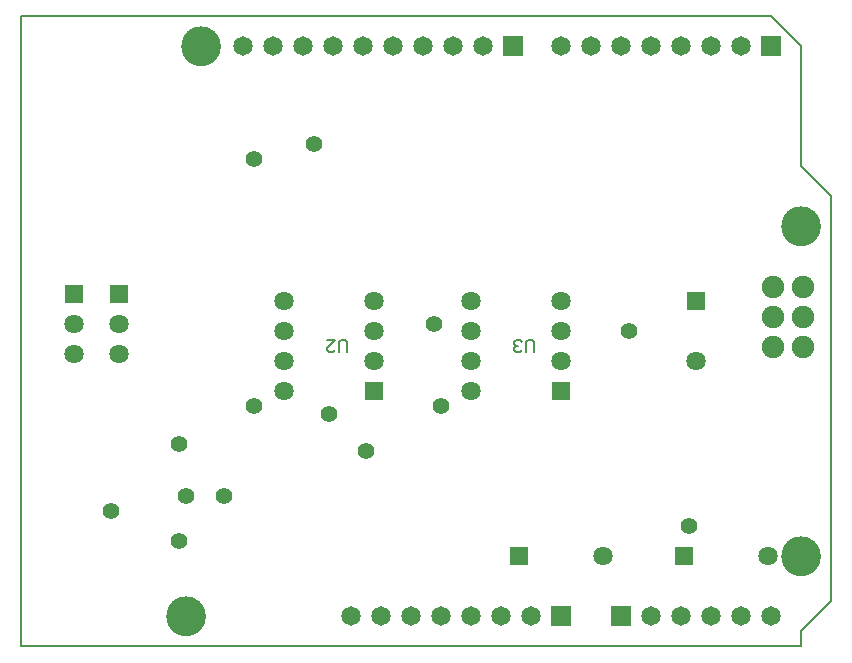
<source format=gbs>
G04*
G04 #@! TF.GenerationSoftware,Altium Limited,Altium Designer,20.0.12 (288)*
G04*
G04 Layer_Color=16711935*
%FSLAX25Y25*%
%MOIN*%
G70*
G01*
G75*
%ADD14C,0.00500*%
%ADD16C,0.00700*%
%ADD33R,0.06406X0.06406*%
%ADD34C,0.06406*%
%ADD35R,0.06406X0.06406*%
%ADD36C,0.13098*%
%ADD37R,0.06500X0.06500*%
%ADD38C,0.06500*%
%ADD39C,0.07500*%
%ADD40C,0.05500*%
D14*
X266299Y140000D02*
G03*
X266299Y140000I-6299J0D01*
G01*
X61299Y10000D02*
G03*
X61299Y10000I-6299J0D01*
G01*
X266299Y30000D02*
G03*
X266299Y30000I-6299J0D01*
G01*
X66299Y200000D02*
G03*
X66299Y200000I-6299J0D01*
G01*
X0Y210000D02*
X250000D01*
X0Y0D02*
X260000D01*
X0D02*
Y210000D01*
X250000D02*
X260000Y200000D01*
Y160000D02*
Y200000D01*
Y160000D02*
X270000Y150000D01*
Y15000D02*
Y150000D01*
X260000Y5000D02*
X270000Y15000D01*
X260000Y0D02*
Y5000D01*
D16*
X171000Y98001D02*
Y101334D01*
X170334Y102000D01*
X169001D01*
X168334Y101334D01*
Y98001D01*
X167001Y98668D02*
X166335Y98001D01*
X165002D01*
X164336Y98668D01*
Y99334D01*
X165002Y100001D01*
X165668D01*
X165002D01*
X164336Y100667D01*
Y101334D01*
X165002Y102000D01*
X166335D01*
X167001Y101334D01*
X108500Y98001D02*
Y101334D01*
X107834Y102000D01*
X106501D01*
X105834Y101334D01*
Y98001D01*
X101836Y102000D02*
X104501D01*
X101836Y99334D01*
Y98668D01*
X102502Y98001D01*
X103835D01*
X104501Y98668D01*
D33*
X225000Y115000D02*
D03*
X32500Y117500D02*
D03*
X17500D02*
D03*
D34*
X225000Y95000D02*
D03*
X32500Y97500D02*
D03*
Y107500D02*
D03*
X17500Y97500D02*
D03*
Y107500D02*
D03*
X193976Y30000D02*
D03*
X248976D02*
D03*
X180000Y95000D02*
D03*
Y105000D02*
D03*
Y115000D02*
D03*
X150000Y85000D02*
D03*
Y95000D02*
D03*
Y105000D02*
D03*
Y115000D02*
D03*
X117500Y95000D02*
D03*
Y105000D02*
D03*
Y115000D02*
D03*
X87500Y85000D02*
D03*
Y95000D02*
D03*
Y105000D02*
D03*
Y115000D02*
D03*
D35*
X166024Y30000D02*
D03*
X221024D02*
D03*
X180000Y85000D02*
D03*
X117500D02*
D03*
D36*
X260000Y30000D02*
D03*
Y140000D02*
D03*
X55000Y10000D02*
D03*
X60000Y200000D02*
D03*
D37*
X200000Y10000D02*
D03*
X164000Y200000D02*
D03*
X250000D02*
D03*
X180000Y10000D02*
D03*
D38*
X210000D02*
D03*
X220000D02*
D03*
X230000D02*
D03*
X240000D02*
D03*
X250000D02*
D03*
X154000Y200000D02*
D03*
X144000D02*
D03*
X134000D02*
D03*
X124000D02*
D03*
X114000D02*
D03*
X104000D02*
D03*
X94000D02*
D03*
X84000D02*
D03*
X74000D02*
D03*
X220000D02*
D03*
X210000D02*
D03*
X200000D02*
D03*
X190000D02*
D03*
X180000D02*
D03*
X240000D02*
D03*
X230000D02*
D03*
X150000Y10000D02*
D03*
X140000D02*
D03*
X130000D02*
D03*
X120000D02*
D03*
X110000D02*
D03*
X170000D02*
D03*
X160000D02*
D03*
D39*
X250551Y119803D02*
D03*
X260551D02*
D03*
X250551Y109803D02*
D03*
X260551D02*
D03*
X250551Y99803D02*
D03*
X260551D02*
D03*
D40*
X115000Y65000D02*
D03*
X102500Y77500D02*
D03*
X222500Y40000D02*
D03*
X202500Y105000D02*
D03*
X137500Y107500D02*
D03*
X52500Y67500D02*
D03*
X67500Y50000D02*
D03*
X30000Y45000D02*
D03*
X52500Y35000D02*
D03*
X55000Y50000D02*
D03*
X140000Y80000D02*
D03*
X77500D02*
D03*
X97500Y167500D02*
D03*
X77500Y162500D02*
D03*
M02*

</source>
